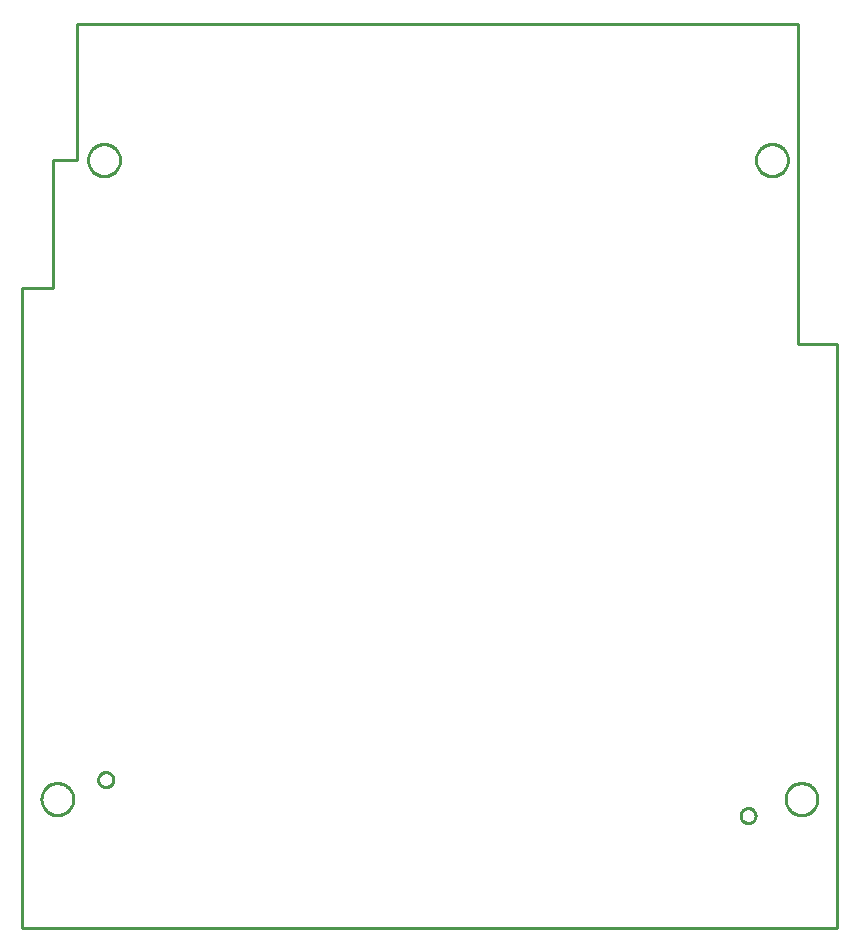
<source format=gbr>
G04 EAGLE Gerber X2 export*
G75*
%MOMM*%
%FSLAX34Y34*%
%LPD*%
%AMOC8*
5,1,8,0,0,1.08239X$1,22.5*%
G01*
%ADD10C,0.254000*%


D10*
X0Y0D02*
X690000Y0D01*
X690000Y494000D01*
X657000Y494000D01*
X657000Y765000D01*
X47000Y765000D01*
X47000Y650000D01*
X26000Y650000D01*
X26000Y542000D01*
X0Y542000D01*
X0Y0D01*
X83000Y649518D02*
X82931Y648556D01*
X82794Y647602D01*
X82589Y646659D01*
X82317Y645734D01*
X81980Y644830D01*
X81580Y643953D01*
X81118Y643107D01*
X80596Y642296D01*
X80018Y641524D01*
X79387Y640795D01*
X78705Y640113D01*
X77976Y639482D01*
X77204Y638904D01*
X76393Y638382D01*
X75547Y637920D01*
X74670Y637520D01*
X73766Y637183D01*
X72841Y636911D01*
X71899Y636706D01*
X70944Y636569D01*
X69982Y636500D01*
X69018Y636500D01*
X68056Y636569D01*
X67102Y636706D01*
X66159Y636911D01*
X65234Y637183D01*
X64330Y637520D01*
X63453Y637920D01*
X62607Y638382D01*
X61796Y638904D01*
X61024Y639482D01*
X60295Y640113D01*
X59613Y640795D01*
X58982Y641524D01*
X58404Y642296D01*
X57882Y643107D01*
X57420Y643953D01*
X57020Y644830D01*
X56683Y645734D01*
X56411Y646659D01*
X56206Y647602D01*
X56069Y648556D01*
X56000Y649518D01*
X56000Y650482D01*
X56069Y651444D01*
X56206Y652399D01*
X56411Y653341D01*
X56683Y654266D01*
X57020Y655170D01*
X57420Y656047D01*
X57882Y656893D01*
X58404Y657704D01*
X58982Y658476D01*
X59613Y659205D01*
X60295Y659887D01*
X61024Y660518D01*
X61796Y661096D01*
X62607Y661618D01*
X63453Y662080D01*
X64330Y662480D01*
X65234Y662817D01*
X66159Y663089D01*
X67102Y663294D01*
X68056Y663431D01*
X69018Y663500D01*
X69982Y663500D01*
X70944Y663431D01*
X71899Y663294D01*
X72841Y663089D01*
X73766Y662817D01*
X74670Y662480D01*
X75547Y662080D01*
X76393Y661618D01*
X77204Y661096D01*
X77976Y660518D01*
X78705Y659887D01*
X79387Y659205D01*
X80018Y658476D01*
X80596Y657704D01*
X81118Y656893D01*
X81580Y656047D01*
X81980Y655170D01*
X82317Y654266D01*
X82589Y653341D01*
X82794Y652399D01*
X82931Y651444D01*
X83000Y650482D01*
X83000Y649518D01*
X648500Y649518D02*
X648431Y648556D01*
X648294Y647602D01*
X648089Y646659D01*
X647817Y645734D01*
X647480Y644830D01*
X647080Y643953D01*
X646618Y643107D01*
X646096Y642296D01*
X645518Y641524D01*
X644887Y640795D01*
X644205Y640113D01*
X643476Y639482D01*
X642704Y638904D01*
X641893Y638382D01*
X641047Y637920D01*
X640170Y637520D01*
X639266Y637183D01*
X638341Y636911D01*
X637399Y636706D01*
X636444Y636569D01*
X635482Y636500D01*
X634518Y636500D01*
X633556Y636569D01*
X632602Y636706D01*
X631659Y636911D01*
X630734Y637183D01*
X629830Y637520D01*
X628953Y637920D01*
X628107Y638382D01*
X627296Y638904D01*
X626524Y639482D01*
X625795Y640113D01*
X625113Y640795D01*
X624482Y641524D01*
X623904Y642296D01*
X623382Y643107D01*
X622920Y643953D01*
X622520Y644830D01*
X622183Y645734D01*
X621911Y646659D01*
X621706Y647602D01*
X621569Y648556D01*
X621500Y649518D01*
X621500Y650482D01*
X621569Y651444D01*
X621706Y652399D01*
X621911Y653341D01*
X622183Y654266D01*
X622520Y655170D01*
X622920Y656047D01*
X623382Y656893D01*
X623904Y657704D01*
X624482Y658476D01*
X625113Y659205D01*
X625795Y659887D01*
X626524Y660518D01*
X627296Y661096D01*
X628107Y661618D01*
X628953Y662080D01*
X629830Y662480D01*
X630734Y662817D01*
X631659Y663089D01*
X632602Y663294D01*
X633556Y663431D01*
X634518Y663500D01*
X635482Y663500D01*
X636444Y663431D01*
X637399Y663294D01*
X638341Y663089D01*
X639266Y662817D01*
X640170Y662480D01*
X641047Y662080D01*
X641893Y661618D01*
X642704Y661096D01*
X643476Y660518D01*
X644205Y659887D01*
X644887Y659205D01*
X645518Y658476D01*
X646096Y657704D01*
X646618Y656893D01*
X647080Y656047D01*
X647480Y655170D01*
X647817Y654266D01*
X648089Y653341D01*
X648294Y652399D01*
X648431Y651444D01*
X648500Y650482D01*
X648500Y649518D01*
X43500Y108518D02*
X43431Y107556D01*
X43294Y106602D01*
X43089Y105659D01*
X42817Y104734D01*
X42480Y103830D01*
X42080Y102953D01*
X41618Y102107D01*
X41096Y101296D01*
X40518Y100524D01*
X39887Y99795D01*
X39205Y99113D01*
X38476Y98482D01*
X37704Y97904D01*
X36893Y97382D01*
X36047Y96920D01*
X35170Y96520D01*
X34266Y96183D01*
X33341Y95911D01*
X32399Y95706D01*
X31444Y95569D01*
X30482Y95500D01*
X29518Y95500D01*
X28556Y95569D01*
X27602Y95706D01*
X26659Y95911D01*
X25734Y96183D01*
X24830Y96520D01*
X23953Y96920D01*
X23107Y97382D01*
X22296Y97904D01*
X21524Y98482D01*
X20795Y99113D01*
X20113Y99795D01*
X19482Y100524D01*
X18904Y101296D01*
X18382Y102107D01*
X17920Y102953D01*
X17520Y103830D01*
X17183Y104734D01*
X16911Y105659D01*
X16706Y106602D01*
X16569Y107556D01*
X16500Y108518D01*
X16500Y109482D01*
X16569Y110444D01*
X16706Y111399D01*
X16911Y112341D01*
X17183Y113266D01*
X17520Y114170D01*
X17920Y115047D01*
X18382Y115893D01*
X18904Y116704D01*
X19482Y117476D01*
X20113Y118205D01*
X20795Y118887D01*
X21524Y119518D01*
X22296Y120096D01*
X23107Y120618D01*
X23953Y121080D01*
X24830Y121480D01*
X25734Y121817D01*
X26659Y122089D01*
X27602Y122294D01*
X28556Y122431D01*
X29518Y122500D01*
X30482Y122500D01*
X31444Y122431D01*
X32399Y122294D01*
X33341Y122089D01*
X34266Y121817D01*
X35170Y121480D01*
X36047Y121080D01*
X36893Y120618D01*
X37704Y120096D01*
X38476Y119518D01*
X39205Y118887D01*
X39887Y118205D01*
X40518Y117476D01*
X41096Y116704D01*
X41618Y115893D01*
X42080Y115047D01*
X42480Y114170D01*
X42817Y113266D01*
X43089Y112341D01*
X43294Y111399D01*
X43431Y110444D01*
X43500Y109482D01*
X43500Y108518D01*
X673500Y108518D02*
X673431Y107556D01*
X673294Y106602D01*
X673089Y105659D01*
X672817Y104734D01*
X672480Y103830D01*
X672080Y102953D01*
X671618Y102107D01*
X671096Y101296D01*
X670518Y100524D01*
X669887Y99795D01*
X669205Y99113D01*
X668476Y98482D01*
X667704Y97904D01*
X666893Y97382D01*
X666047Y96920D01*
X665170Y96520D01*
X664266Y96183D01*
X663341Y95911D01*
X662399Y95706D01*
X661444Y95569D01*
X660482Y95500D01*
X659518Y95500D01*
X658556Y95569D01*
X657602Y95706D01*
X656659Y95911D01*
X655734Y96183D01*
X654830Y96520D01*
X653953Y96920D01*
X653107Y97382D01*
X652296Y97904D01*
X651524Y98482D01*
X650795Y99113D01*
X650113Y99795D01*
X649482Y100524D01*
X648904Y101296D01*
X648382Y102107D01*
X647920Y102953D01*
X647520Y103830D01*
X647183Y104734D01*
X646911Y105659D01*
X646706Y106602D01*
X646569Y107556D01*
X646500Y108518D01*
X646500Y109482D01*
X646569Y110444D01*
X646706Y111399D01*
X646911Y112341D01*
X647183Y113266D01*
X647520Y114170D01*
X647920Y115047D01*
X648382Y115893D01*
X648904Y116704D01*
X649482Y117476D01*
X650113Y118205D01*
X650795Y118887D01*
X651524Y119518D01*
X652296Y120096D01*
X653107Y120618D01*
X653953Y121080D01*
X654830Y121480D01*
X655734Y121817D01*
X656659Y122089D01*
X657602Y122294D01*
X658556Y122431D01*
X659518Y122500D01*
X660482Y122500D01*
X661444Y122431D01*
X662399Y122294D01*
X663341Y122089D01*
X664266Y121817D01*
X665170Y121480D01*
X666047Y121080D01*
X666893Y120618D01*
X667704Y120096D01*
X668476Y119518D01*
X669205Y118887D01*
X669887Y118205D01*
X670518Y117476D01*
X671096Y116704D01*
X671618Y115893D01*
X672080Y115047D01*
X672480Y114170D01*
X672817Y113266D01*
X673089Y112341D01*
X673294Y111399D01*
X673431Y110444D01*
X673500Y109482D01*
X673500Y108518D01*
X83000Y649518D02*
X82931Y648556D01*
X82794Y647602D01*
X82589Y646659D01*
X82317Y645734D01*
X81980Y644830D01*
X81580Y643953D01*
X81118Y643107D01*
X80596Y642296D01*
X80018Y641524D01*
X79387Y640795D01*
X78705Y640113D01*
X77976Y639482D01*
X77204Y638904D01*
X76393Y638382D01*
X75547Y637920D01*
X74670Y637520D01*
X73766Y637183D01*
X72841Y636911D01*
X71899Y636706D01*
X70944Y636569D01*
X69982Y636500D01*
X69018Y636500D01*
X68056Y636569D01*
X67102Y636706D01*
X66159Y636911D01*
X65234Y637183D01*
X64330Y637520D01*
X63453Y637920D01*
X62607Y638382D01*
X61796Y638904D01*
X61024Y639482D01*
X60295Y640113D01*
X59613Y640795D01*
X58982Y641524D01*
X58404Y642296D01*
X57882Y643107D01*
X57420Y643953D01*
X57020Y644830D01*
X56683Y645734D01*
X56411Y646659D01*
X56206Y647602D01*
X56069Y648556D01*
X56000Y649518D01*
X56000Y650482D01*
X56069Y651444D01*
X56206Y652399D01*
X56411Y653341D01*
X56683Y654266D01*
X57020Y655170D01*
X57420Y656047D01*
X57882Y656893D01*
X58404Y657704D01*
X58982Y658476D01*
X59613Y659205D01*
X60295Y659887D01*
X61024Y660518D01*
X61796Y661096D01*
X62607Y661618D01*
X63453Y662080D01*
X64330Y662480D01*
X65234Y662817D01*
X66159Y663089D01*
X67102Y663294D01*
X68056Y663431D01*
X69018Y663500D01*
X69982Y663500D01*
X70944Y663431D01*
X71899Y663294D01*
X72841Y663089D01*
X73766Y662817D01*
X74670Y662480D01*
X75547Y662080D01*
X76393Y661618D01*
X77204Y661096D01*
X77976Y660518D01*
X78705Y659887D01*
X79387Y659205D01*
X80018Y658476D01*
X80596Y657704D01*
X81118Y656893D01*
X81580Y656047D01*
X81980Y655170D01*
X82317Y654266D01*
X82589Y653341D01*
X82794Y652399D01*
X82931Y651444D01*
X83000Y650482D01*
X83000Y649518D01*
X648500Y649518D02*
X648431Y648556D01*
X648294Y647602D01*
X648089Y646659D01*
X647817Y645734D01*
X647480Y644830D01*
X647080Y643953D01*
X646618Y643107D01*
X646096Y642296D01*
X645518Y641524D01*
X644887Y640795D01*
X644205Y640113D01*
X643476Y639482D01*
X642704Y638904D01*
X641893Y638382D01*
X641047Y637920D01*
X640170Y637520D01*
X639266Y637183D01*
X638341Y636911D01*
X637399Y636706D01*
X636444Y636569D01*
X635482Y636500D01*
X634518Y636500D01*
X633556Y636569D01*
X632602Y636706D01*
X631659Y636911D01*
X630734Y637183D01*
X629830Y637520D01*
X628953Y637920D01*
X628107Y638382D01*
X627296Y638904D01*
X626524Y639482D01*
X625795Y640113D01*
X625113Y640795D01*
X624482Y641524D01*
X623904Y642296D01*
X623382Y643107D01*
X622920Y643953D01*
X622520Y644830D01*
X622183Y645734D01*
X621911Y646659D01*
X621706Y647602D01*
X621569Y648556D01*
X621500Y649518D01*
X621500Y650482D01*
X621569Y651444D01*
X621706Y652399D01*
X621911Y653341D01*
X622183Y654266D01*
X622520Y655170D01*
X622920Y656047D01*
X623382Y656893D01*
X623904Y657704D01*
X624482Y658476D01*
X625113Y659205D01*
X625795Y659887D01*
X626524Y660518D01*
X627296Y661096D01*
X628107Y661618D01*
X628953Y662080D01*
X629830Y662480D01*
X630734Y662817D01*
X631659Y663089D01*
X632602Y663294D01*
X633556Y663431D01*
X634518Y663500D01*
X635482Y663500D01*
X636444Y663431D01*
X637399Y663294D01*
X638341Y663089D01*
X639266Y662817D01*
X640170Y662480D01*
X641047Y662080D01*
X641893Y661618D01*
X642704Y661096D01*
X643476Y660518D01*
X644205Y659887D01*
X644887Y659205D01*
X645518Y658476D01*
X646096Y657704D01*
X646618Y656893D01*
X647080Y656047D01*
X647480Y655170D01*
X647817Y654266D01*
X648089Y653341D01*
X648294Y652399D01*
X648431Y651444D01*
X648500Y650482D01*
X648500Y649518D01*
X43500Y108518D02*
X43431Y107556D01*
X43294Y106602D01*
X43089Y105659D01*
X42817Y104734D01*
X42480Y103830D01*
X42080Y102953D01*
X41618Y102107D01*
X41096Y101296D01*
X40518Y100524D01*
X39887Y99795D01*
X39205Y99113D01*
X38476Y98482D01*
X37704Y97904D01*
X36893Y97382D01*
X36047Y96920D01*
X35170Y96520D01*
X34266Y96183D01*
X33341Y95911D01*
X32399Y95706D01*
X31444Y95569D01*
X30482Y95500D01*
X29518Y95500D01*
X28556Y95569D01*
X27602Y95706D01*
X26659Y95911D01*
X25734Y96183D01*
X24830Y96520D01*
X23953Y96920D01*
X23107Y97382D01*
X22296Y97904D01*
X21524Y98482D01*
X20795Y99113D01*
X20113Y99795D01*
X19482Y100524D01*
X18904Y101296D01*
X18382Y102107D01*
X17920Y102953D01*
X17520Y103830D01*
X17183Y104734D01*
X16911Y105659D01*
X16706Y106602D01*
X16569Y107556D01*
X16500Y108518D01*
X16500Y109482D01*
X16569Y110444D01*
X16706Y111399D01*
X16911Y112341D01*
X17183Y113266D01*
X17520Y114170D01*
X17920Y115047D01*
X18382Y115893D01*
X18904Y116704D01*
X19482Y117476D01*
X20113Y118205D01*
X20795Y118887D01*
X21524Y119518D01*
X22296Y120096D01*
X23107Y120618D01*
X23953Y121080D01*
X24830Y121480D01*
X25734Y121817D01*
X26659Y122089D01*
X27602Y122294D01*
X28556Y122431D01*
X29518Y122500D01*
X30482Y122500D01*
X31444Y122431D01*
X32399Y122294D01*
X33341Y122089D01*
X34266Y121817D01*
X35170Y121480D01*
X36047Y121080D01*
X36893Y120618D01*
X37704Y120096D01*
X38476Y119518D01*
X39205Y118887D01*
X39887Y118205D01*
X40518Y117476D01*
X41096Y116704D01*
X41618Y115893D01*
X42080Y115047D01*
X42480Y114170D01*
X42817Y113266D01*
X43089Y112341D01*
X43294Y111399D01*
X43431Y110444D01*
X43500Y109482D01*
X43500Y108518D01*
X673500Y108518D02*
X673431Y107556D01*
X673294Y106602D01*
X673089Y105659D01*
X672817Y104734D01*
X672480Y103830D01*
X672080Y102953D01*
X671618Y102107D01*
X671096Y101296D01*
X670518Y100524D01*
X669887Y99795D01*
X669205Y99113D01*
X668476Y98482D01*
X667704Y97904D01*
X666893Y97382D01*
X666047Y96920D01*
X665170Y96520D01*
X664266Y96183D01*
X663341Y95911D01*
X662399Y95706D01*
X661444Y95569D01*
X660482Y95500D01*
X659518Y95500D01*
X658556Y95569D01*
X657602Y95706D01*
X656659Y95911D01*
X655734Y96183D01*
X654830Y96520D01*
X653953Y96920D01*
X653107Y97382D01*
X652296Y97904D01*
X651524Y98482D01*
X650795Y99113D01*
X650113Y99795D01*
X649482Y100524D01*
X648904Y101296D01*
X648382Y102107D01*
X647920Y102953D01*
X647520Y103830D01*
X647183Y104734D01*
X646911Y105659D01*
X646706Y106602D01*
X646569Y107556D01*
X646500Y108518D01*
X646500Y109482D01*
X646569Y110444D01*
X646706Y111399D01*
X646911Y112341D01*
X647183Y113266D01*
X647520Y114170D01*
X647920Y115047D01*
X648382Y115893D01*
X648904Y116704D01*
X649482Y117476D01*
X650113Y118205D01*
X650795Y118887D01*
X651524Y119518D01*
X652296Y120096D01*
X653107Y120618D01*
X653953Y121080D01*
X654830Y121480D01*
X655734Y121817D01*
X656659Y122089D01*
X657602Y122294D01*
X658556Y122431D01*
X659518Y122500D01*
X660482Y122500D01*
X661444Y122431D01*
X662399Y122294D01*
X663341Y122089D01*
X664266Y121817D01*
X665170Y121480D01*
X666047Y121080D01*
X666893Y120618D01*
X667704Y120096D01*
X668476Y119518D01*
X669205Y118887D01*
X669887Y118205D01*
X670518Y117476D01*
X671096Y116704D01*
X671618Y115893D01*
X672080Y115047D01*
X672480Y114170D01*
X672817Y113266D01*
X673089Y112341D01*
X673294Y111399D01*
X673431Y110444D01*
X673500Y109482D01*
X673500Y108518D01*
X621109Y95262D02*
X621048Y95883D01*
X620926Y96495D01*
X620745Y97092D01*
X620506Y97668D01*
X620212Y98219D01*
X619866Y98737D01*
X619470Y99220D01*
X619029Y99661D01*
X618546Y100057D01*
X618028Y100403D01*
X617477Y100697D01*
X616901Y100936D01*
X616304Y101117D01*
X615692Y101239D01*
X615071Y101300D01*
X614447Y101300D01*
X613826Y101239D01*
X613214Y101117D01*
X612617Y100936D01*
X612041Y100697D01*
X611491Y100403D01*
X610972Y100057D01*
X610489Y99661D01*
X610048Y99220D01*
X609652Y98737D01*
X609306Y98219D01*
X609012Y97668D01*
X608773Y97092D01*
X608592Y96495D01*
X608470Y95883D01*
X608409Y95262D01*
X608409Y94638D01*
X608470Y94017D01*
X608592Y93405D01*
X608773Y92808D01*
X609012Y92232D01*
X609306Y91682D01*
X609652Y91163D01*
X610048Y90680D01*
X610489Y90239D01*
X610972Y89843D01*
X611491Y89497D01*
X612041Y89203D01*
X612617Y88964D01*
X613214Y88783D01*
X613826Y88661D01*
X614447Y88600D01*
X615071Y88600D01*
X615692Y88661D01*
X616304Y88783D01*
X616901Y88964D01*
X617477Y89203D01*
X618028Y89497D01*
X618546Y89843D01*
X619029Y90239D01*
X619470Y90680D01*
X619866Y91163D01*
X620212Y91682D01*
X620506Y92232D01*
X620745Y92808D01*
X620926Y93405D01*
X621048Y94017D01*
X621109Y94638D01*
X621109Y95262D01*
X77295Y125742D02*
X77234Y126363D01*
X77112Y126975D01*
X76931Y127572D01*
X76692Y128148D01*
X76398Y128699D01*
X76052Y129217D01*
X75656Y129700D01*
X75215Y130141D01*
X74732Y130537D01*
X74214Y130883D01*
X73663Y131177D01*
X73087Y131416D01*
X72490Y131597D01*
X71878Y131719D01*
X71257Y131780D01*
X70633Y131780D01*
X70012Y131719D01*
X69400Y131597D01*
X68803Y131416D01*
X68227Y131177D01*
X67677Y130883D01*
X67158Y130537D01*
X66675Y130141D01*
X66234Y129700D01*
X65838Y129217D01*
X65492Y128699D01*
X65198Y128148D01*
X64959Y127572D01*
X64778Y126975D01*
X64656Y126363D01*
X64595Y125742D01*
X64595Y125118D01*
X64656Y124497D01*
X64778Y123885D01*
X64959Y123288D01*
X65198Y122712D01*
X65492Y122162D01*
X65838Y121643D01*
X66234Y121160D01*
X66675Y120719D01*
X67158Y120323D01*
X67677Y119977D01*
X68227Y119683D01*
X68803Y119444D01*
X69400Y119263D01*
X70012Y119141D01*
X70633Y119080D01*
X71257Y119080D01*
X71878Y119141D01*
X72490Y119263D01*
X73087Y119444D01*
X73663Y119683D01*
X74214Y119977D01*
X74732Y120323D01*
X75215Y120719D01*
X75656Y121160D01*
X76052Y121643D01*
X76398Y122162D01*
X76692Y122712D01*
X76931Y123288D01*
X77112Y123885D01*
X77234Y124497D01*
X77295Y125118D01*
X77295Y125742D01*
M02*

</source>
